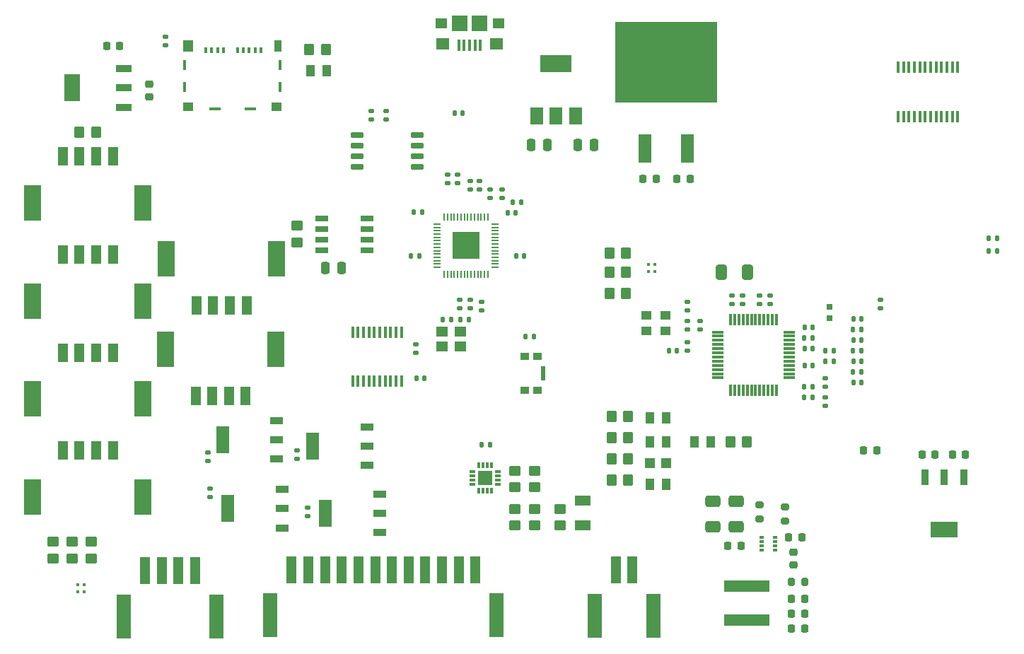
<source format=gbr>
%TF.GenerationSoftware,KiCad,Pcbnew,8.0.0*%
%TF.CreationDate,2024-03-13T17:22:47+01:00*%
%TF.ProjectId,BalloonMotherboardV3,42616c6c-6f6f-46e4-9d6f-74686572626f,rev?*%
%TF.SameCoordinates,Original*%
%TF.FileFunction,Paste,Top*%
%TF.FilePolarity,Positive*%
%FSLAX46Y46*%
G04 Gerber Fmt 4.6, Leading zero omitted, Abs format (unit mm)*
G04 Created by KiCad (PCBNEW 8.0.0) date 2024-03-13 17:22:47*
%MOMM*%
%LPD*%
G01*
G04 APERTURE LIST*
G04 Aperture macros list*
%AMRoundRect*
0 Rectangle with rounded corners*
0 $1 Rounding radius*
0 $2 $3 $4 $5 $6 $7 $8 $9 X,Y pos of 4 corners*
0 Add a 4 corners polygon primitive as box body*
4,1,4,$2,$3,$4,$5,$6,$7,$8,$9,$2,$3,0*
0 Add four circle primitives for the rounded corners*
1,1,$1+$1,$2,$3*
1,1,$1+$1,$4,$5*
1,1,$1+$1,$6,$7*
1,1,$1+$1,$8,$9*
0 Add four rect primitives between the rounded corners*
20,1,$1+$1,$2,$3,$4,$5,0*
20,1,$1+$1,$4,$5,$6,$7,0*
20,1,$1+$1,$6,$7,$8,$9,0*
20,1,$1+$1,$8,$9,$2,$3,0*%
G04 Aperture macros list end*
%ADD10RoundRect,0.140000X-0.170000X0.140000X-0.170000X-0.140000X0.170000X-0.140000X0.170000X0.140000X0*%
%ADD11R,1.500000X2.000000*%
%ADD12R,3.800000X2.000000*%
%ADD13RoundRect,0.225000X-0.250000X0.225000X-0.250000X-0.225000X0.250000X-0.225000X0.250000X0.225000X0*%
%ADD14RoundRect,0.140000X-0.140000X-0.170000X0.140000X-0.170000X0.140000X0.170000X-0.140000X0.170000X0*%
%ADD15RoundRect,0.140000X0.140000X0.170000X-0.140000X0.170000X-0.140000X-0.170000X0.140000X-0.170000X0*%
%ADD16R,1.200000X3.200000*%
%ADD17R,1.700000X5.300000*%
%ADD18RoundRect,0.135000X0.135000X0.185000X-0.135000X0.185000X-0.135000X-0.185000X0.135000X-0.185000X0*%
%ADD19RoundRect,0.225000X-0.225000X-0.250000X0.225000X-0.250000X0.225000X0.250000X-0.225000X0.250000X0*%
%ADD20RoundRect,0.250000X-0.450000X0.350000X-0.450000X-0.350000X0.450000X-0.350000X0.450000X0.350000X0*%
%ADD21RoundRect,0.225000X0.225000X0.250000X-0.225000X0.250000X-0.225000X-0.250000X0.225000X-0.250000X0*%
%ADD22RoundRect,0.250000X-0.412500X-0.650000X0.412500X-0.650000X0.412500X0.650000X-0.412500X0.650000X0*%
%ADD23R,0.900000X1.850000*%
%ADD24R,3.200000X1.850000*%
%ADD25RoundRect,0.250000X0.350000X0.450000X-0.350000X0.450000X-0.350000X-0.450000X0.350000X-0.450000X0*%
%ADD26R,1.200000X2.200000*%
%ADD27R,2.000000X4.200000*%
%ADD28R,1.400000X1.200000*%
%ADD29R,1.600000X3.500000*%
%ADD30R,12.200000X9.750000*%
%ADD31RoundRect,0.250000X0.250000X0.475000X-0.250000X0.475000X-0.250000X-0.475000X0.250000X-0.475000X0*%
%ADD32RoundRect,0.200000X-0.275000X0.200000X-0.275000X-0.200000X0.275000X-0.200000X0.275000X0.200000X0*%
%ADD33RoundRect,0.140000X0.170000X-0.140000X0.170000X0.140000X-0.170000X0.140000X-0.170000X-0.140000X0*%
%ADD34RoundRect,0.250000X-0.350000X-0.450000X0.350000X-0.450000X0.350000X0.450000X-0.350000X0.450000X0*%
%ADD35R,0.850000X0.200000*%
%ADD36R,0.200000X0.850000*%
%ADD37R,3.200000X3.200000*%
%ADD38RoundRect,0.250000X-0.250000X-0.475000X0.250000X-0.475000X0.250000X0.475000X-0.250000X0.475000X0*%
%ADD39R,0.400000X0.400000*%
%ADD40RoundRect,0.135000X0.185000X-0.135000X0.185000X0.135000X-0.185000X0.135000X-0.185000X-0.135000X0*%
%ADD41R,0.450000X1.475000*%
%ADD42RoundRect,0.250000X0.450000X-0.350000X0.450000X0.350000X-0.450000X0.350000X-0.450000X-0.350000X0*%
%ADD43R,0.450000X0.700000*%
%ADD44R,1.300000X1.400000*%
%ADD45R,0.950000X1.400000*%
%ADD46R,0.400000X1.200000*%
%ADD47R,1.300000X1.000000*%
%ADD48R,1.400000X0.400000*%
%ADD49R,0.700000X0.650000*%
%ADD50RoundRect,0.135000X-0.185000X0.135000X-0.185000X-0.135000X0.185000X-0.135000X0.185000X0.135000X0*%
%ADD51RoundRect,0.135000X-0.135000X-0.185000X0.135000X-0.185000X0.135000X0.185000X-0.135000X0.185000X0*%
%ADD52RoundRect,0.200000X0.200000X0.275000X-0.200000X0.275000X-0.200000X-0.275000X0.200000X-0.275000X0*%
%ADD53RoundRect,0.200000X0.275000X-0.200000X0.275000X0.200000X-0.275000X0.200000X-0.275000X-0.200000X0*%
%ADD54R,1.000000X0.900000*%
%ADD55R,0.550000X1.700000*%
%ADD56R,1.850000X1.200000*%
%ADD57R,1.850000X0.900000*%
%ADD58R,1.850000X3.200000*%
%ADD59R,1.525000X0.650000*%
%ADD60R,1.000000X1.450000*%
%ADD61RoundRect,0.250000X-0.650000X0.412500X-0.650000X-0.412500X0.650000X-0.412500X0.650000X0.412500X0*%
%ADD62R,0.475000X0.300000*%
%ADD63R,1.500000X0.900000*%
%ADD64R,1.500000X3.200000*%
%ADD65R,1.475000X0.300000*%
%ADD66R,0.300000X1.475000*%
%ADD67R,0.400000X1.350000*%
%ADD68R,1.450000X1.300000*%
%ADD69R,1.600000X1.400000*%
%ADD70R,1.900000X1.900000*%
%ADD71R,5.500000X1.450000*%
%ADD72R,0.300000X0.800000*%
%ADD73R,0.800000X0.300000*%
%ADD74R,1.800000X1.800000*%
%ADD75R,1.300000X1.150000*%
%ADD76R,1.300000X1.100000*%
%ADD77RoundRect,0.150000X-0.650000X-0.150000X0.650000X-0.150000X0.650000X0.150000X-0.650000X0.150000X0*%
G04 APERTURE END LIST*
D10*
%TO.C,C13*%
X104394000Y-121186000D03*
X104394000Y-122146000D03*
%TD*%
D11*
%TO.C,U1*%
X109968000Y-112370000D03*
X112268000Y-112370000D03*
D12*
X112268000Y-106070000D03*
D11*
X114568000Y-112370000D03*
%TD*%
D13*
%TO.C,C7*%
X63504000Y-108525000D03*
X63504000Y-110075000D03*
%TD*%
D14*
%TO.C,C48*%
X107089000Y-122682000D03*
X108049000Y-122682000D03*
%TD*%
D15*
%TO.C,C36*%
X99667000Y-136765000D03*
X98707000Y-136765000D03*
%TD*%
D10*
%TO.C,C33*%
X129540000Y-136934000D03*
X129540000Y-137894000D03*
%TD*%
D15*
%TO.C,C52*%
X148816000Y-141732000D03*
X147856000Y-141732000D03*
%TD*%
D16*
%TO.C,V_BAT1*%
X119396000Y-166730000D03*
X121396000Y-166730000D03*
D17*
X116846000Y-172210000D03*
X123946000Y-172210000D03*
%TD*%
D18*
%TO.C,R30*%
X143004000Y-138938000D03*
X141984000Y-138938000D03*
%TD*%
D19*
%TO.C,C25*%
X126733000Y-119888000D03*
X128283000Y-119888000D03*
%TD*%
D20*
%TO.C,R10*%
X107315000Y-154829000D03*
X107315000Y-156829000D03*
%TD*%
D21*
%TO.C,C4*%
X157629400Y-152920000D03*
X156079400Y-152920000D03*
%TD*%
D22*
%TO.C,C31*%
X132041500Y-131064000D03*
X135166500Y-131064000D03*
%TD*%
D23*
%TO.C,3VLIN2*%
X161050000Y-155650000D03*
X158750000Y-155650000D03*
X156450000Y-155650000D03*
D24*
X158750000Y-161850000D03*
%TD*%
D14*
%TO.C,C9*%
X147856000Y-144272000D03*
X148816000Y-144272000D03*
%TD*%
D25*
%TO.C,R36*%
X120634000Y-131064000D03*
X118634000Y-131064000D03*
%TD*%
D26*
%TO.C,Ox1*%
X69200000Y-135048195D03*
X71200000Y-135048195D03*
X73200000Y-135048195D03*
X75200000Y-135048195D03*
D27*
X78800000Y-129468195D03*
X65600000Y-129468195D03*
%TD*%
D28*
%TO.C,Y2*%
X98595000Y-139915000D03*
X100795000Y-139915000D03*
X100795000Y-138215000D03*
X98595000Y-138215000D03*
%TD*%
D25*
%TO.C,R22*%
X120888000Y-155956000D03*
X118888000Y-155956000D03*
%TD*%
%TO.C,R23*%
X57200000Y-114300000D03*
X55200000Y-114300000D03*
%TD*%
D29*
%TO.C,IC5*%
X122936000Y-116219000D03*
X128016000Y-116219000D03*
D30*
X125476000Y-105944000D03*
%TD*%
D25*
%TO.C,R24*%
X120888000Y-150876000D03*
X118888000Y-150876000D03*
%TD*%
D20*
%TO.C,R25*%
X56642000Y-163338000D03*
X56642000Y-165338000D03*
%TD*%
D31*
%TO.C,C39*%
X111186000Y-115824000D03*
X109286000Y-115824000D03*
%TD*%
D16*
%TO.C,H3-8*%
X80600000Y-166670000D03*
X82600000Y-166670000D03*
X84600000Y-166670000D03*
X86600000Y-166670000D03*
X88600000Y-166670000D03*
X90600000Y-166670000D03*
X92600000Y-166670000D03*
X94600000Y-166670000D03*
X96600000Y-166670000D03*
X98600000Y-166670000D03*
X100600000Y-166670000D03*
X102600000Y-166670000D03*
D17*
X78050000Y-172150000D03*
X105150000Y-172150000D03*
%TD*%
D10*
%TO.C,C28*%
X134620000Y-133886000D03*
X134620000Y-134846000D03*
%TD*%
D32*
%TO.C,R6*%
X139700000Y-159195000D03*
X139700000Y-160845000D03*
%TD*%
D10*
%TO.C,C29*%
X133350000Y-133886000D03*
X133350000Y-134846000D03*
%TD*%
D33*
%TO.C,C1*%
X105791000Y-122146000D03*
X105791000Y-121186000D03*
%TD*%
D25*
%TO.C,R19*%
X120888000Y-148336000D03*
X118888000Y-148336000D03*
%TD*%
D34*
%TO.C,R20*%
X82693000Y-104394000D03*
X84693000Y-104394000D03*
%TD*%
D18*
%TO.C,R38*%
X148846000Y-137922000D03*
X147826000Y-137922000D03*
%TD*%
D33*
%TO.C,C55*%
X81280000Y-153388000D03*
X81280000Y-152428000D03*
%TD*%
D18*
%TO.C,R39*%
X145544000Y-140462000D03*
X144524000Y-140462000D03*
%TD*%
D35*
%TO.C,J1*%
X98023000Y-125289000D03*
X98023000Y-125689000D03*
X98023000Y-126089000D03*
X98023000Y-126489000D03*
X98023000Y-126889000D03*
X98023000Y-127289000D03*
X98023000Y-127689000D03*
X98023000Y-128089000D03*
X98023000Y-128489000D03*
X98023000Y-128889000D03*
X98023000Y-129289000D03*
X98023000Y-129689000D03*
X98023000Y-130089000D03*
X98023000Y-130489000D03*
D36*
X98873000Y-131339000D03*
X99273000Y-131339000D03*
X99673000Y-131339000D03*
X100073000Y-131339000D03*
X100473000Y-131339000D03*
X100873000Y-131339000D03*
X101273000Y-131339000D03*
X101673000Y-131339000D03*
X102073000Y-131339000D03*
X102473000Y-131339000D03*
X102873000Y-131339000D03*
X103273000Y-131339000D03*
X103673000Y-131339000D03*
X104073000Y-131339000D03*
D35*
X104923000Y-130489000D03*
X104923000Y-130089000D03*
X104923000Y-129689000D03*
X104923000Y-129289000D03*
X104923000Y-128889000D03*
X104923000Y-128489000D03*
X104923000Y-128089000D03*
X104923000Y-127689000D03*
X104923000Y-127289000D03*
X104923000Y-126889000D03*
X104923000Y-126489000D03*
X104923000Y-126089000D03*
X104923000Y-125689000D03*
X104923000Y-125289000D03*
D36*
X104073000Y-124439000D03*
X103673000Y-124439000D03*
X103273000Y-124439000D03*
X102873000Y-124439000D03*
X102473000Y-124439000D03*
X102073000Y-124439000D03*
X101673000Y-124439000D03*
X101273000Y-124439000D03*
X100873000Y-124439000D03*
X100473000Y-124439000D03*
X100073000Y-124439000D03*
X99673000Y-124439000D03*
X99273000Y-124439000D03*
X98873000Y-124439000D03*
D37*
X101473000Y-127889000D03*
%TD*%
D38*
%TO.C,C26*%
X84648000Y-130556000D03*
X86548000Y-130556000D03*
%TD*%
D26*
%TO.C,Ox4*%
X59200000Y-140679025D03*
X57200000Y-140679025D03*
X55200000Y-140679025D03*
X53200000Y-140679025D03*
D27*
X49600000Y-146259025D03*
X62800000Y-146259025D03*
%TD*%
D39*
%TO.C,LED_OX1*%
X55772000Y-169310000D03*
X54972000Y-169310000D03*
X54972000Y-168510000D03*
X55772000Y-168510000D03*
%TD*%
D40*
%TO.C,R16*%
X144526000Y-144782000D03*
X144526000Y-143762000D03*
%TD*%
D18*
%TO.C,R40*%
X145544000Y-141732000D03*
X144524000Y-141732000D03*
%TD*%
D41*
%TO.C,MUXH1*%
X160343800Y-106536000D03*
X159693800Y-106536000D03*
X159043800Y-106536000D03*
X158393800Y-106536000D03*
X157743800Y-106536000D03*
X157093800Y-106536000D03*
X156443800Y-106536000D03*
X155793800Y-106536000D03*
X155143800Y-106536000D03*
X154493800Y-106536000D03*
X153843800Y-106536000D03*
X153193800Y-106536000D03*
X153193800Y-112412000D03*
X153843800Y-112412000D03*
X154493800Y-112412000D03*
X155143800Y-112412000D03*
X155793800Y-112412000D03*
X156443800Y-112412000D03*
X157093800Y-112412000D03*
X157743800Y-112412000D03*
X158393800Y-112412000D03*
X159043800Y-112412000D03*
X159693800Y-112412000D03*
X160343800Y-112412000D03*
%TD*%
D15*
%TO.C,C34*%
X142974000Y-142240000D03*
X142014000Y-142240000D03*
%TD*%
D18*
%TO.C,R33*%
X143004000Y-144780000D03*
X141984000Y-144780000D03*
%TD*%
D15*
%TO.C,C35*%
X142974000Y-140208000D03*
X142014000Y-140208000D03*
%TD*%
D10*
%TO.C,C16*%
X128016000Y-134648000D03*
X128016000Y-135608000D03*
%TD*%
D18*
%TO.C,R3*%
X109577600Y-138785600D03*
X108557600Y-138785600D03*
%TD*%
D21*
%TO.C,C21*%
X141999000Y-173736000D03*
X140449000Y-173736000D03*
%TD*%
D42*
%TO.C,R11*%
X112776000Y-161401000D03*
X112776000Y-159401000D03*
%TD*%
D14*
%TO.C,C40*%
X107470000Y-129159000D03*
X108430000Y-129159000D03*
%TD*%
D18*
%TO.C,R37*%
X148846000Y-140462000D03*
X147826000Y-140462000D03*
%TD*%
D43*
%TO.C,SD1*%
X75520000Y-104510000D03*
D44*
X68200000Y-103970000D03*
D45*
X78975000Y-103970000D03*
D46*
X67750000Y-106270000D03*
X79250000Y-106270000D03*
X67750000Y-108870000D03*
X79250000Y-108870000D03*
D47*
X68200000Y-111230000D03*
D48*
X71390000Y-111530000D03*
X75640000Y-111530000D03*
D47*
X78800000Y-111230000D03*
D43*
X70320000Y-104510000D03*
X71020000Y-104510000D03*
X71720000Y-104510000D03*
X72420000Y-104510000D03*
X74120000Y-104510000D03*
X74820000Y-104510000D03*
X76220000Y-104510000D03*
X76920000Y-104510000D03*
%TD*%
D13*
%TO.C,C17*%
X140640500Y-164566500D03*
X140640500Y-166116500D03*
%TD*%
D49*
%TO.C,FB1*%
X145034000Y-136565000D03*
X145034000Y-135215000D03*
%TD*%
D50*
%TO.C,R67*%
X91948000Y-111758000D03*
X91948000Y-112778000D03*
%TD*%
D51*
%TO.C,R15*%
X164082000Y-128524000D03*
X165102000Y-128524000D03*
%TD*%
D10*
%TO.C,C32*%
X136652000Y-133886000D03*
X136652000Y-134846000D03*
%TD*%
D52*
%TO.C,R5*%
X142049000Y-168135500D03*
X140399000Y-168135500D03*
%TD*%
D53*
%TO.C,R28*%
X136652000Y-160591000D03*
X136652000Y-158941000D03*
%TD*%
D20*
%TO.C,R18*%
X81280000Y-125492000D03*
X81280000Y-127492000D03*
%TD*%
D14*
%TO.C,C15*%
X125758000Y-140462000D03*
X126718000Y-140462000D03*
%TD*%
D50*
%TO.C,R1*%
X101981000Y-120140000D03*
X101981000Y-121160000D03*
%TD*%
D15*
%TO.C,C12*%
X96492000Y-143764000D03*
X95532000Y-143764000D03*
%TD*%
D39*
%TO.C,LED1*%
X124098000Y-130156000D03*
X124098000Y-130956000D03*
X123298000Y-130956000D03*
X123298000Y-130156000D03*
%TD*%
D54*
%TO.C,S1*%
X110064400Y-145223600D03*
X108464400Y-145223600D03*
X108464400Y-141123600D03*
X110064400Y-141123600D03*
D55*
X110689400Y-143173600D03*
%TD*%
D56*
%TO.C,R_shunt1*%
X115443000Y-161393000D03*
X115443000Y-158393000D03*
%TD*%
D15*
%TO.C,C49*%
X101064000Y-112014000D03*
X100104000Y-112014000D03*
%TD*%
D34*
%TO.C,R34*%
X118634000Y-133604000D03*
X120634000Y-133604000D03*
%TD*%
D57*
%TO.C,3VLIN1*%
X60504000Y-111300000D03*
X60504000Y-109000000D03*
X60504000Y-106700000D03*
D58*
X54304000Y-109000000D03*
%TD*%
D59*
%TO.C,IC1*%
X89612000Y-128405000D03*
X89612000Y-127135000D03*
X89612000Y-125865000D03*
X89612000Y-124595000D03*
X84188000Y-124595000D03*
X84188000Y-125865000D03*
X84188000Y-127135000D03*
X84188000Y-128405000D03*
%TD*%
D10*
%TO.C,C44*%
X101981000Y-134394000D03*
X101981000Y-135354000D03*
%TD*%
D60*
%TO.C,V_5V1*%
X125410000Y-148532000D03*
X123510000Y-148532000D03*
%TD*%
D10*
%TO.C,C56*%
X70612000Y-152682000D03*
X70612000Y-153642000D03*
%TD*%
D33*
%TO.C,C41*%
X65532000Y-103858000D03*
X65532000Y-102898000D03*
%TD*%
D26*
%TO.C,Ox5*%
X59200000Y-152442635D03*
X57200000Y-152442635D03*
X55200000Y-152442635D03*
X53200000Y-152442635D03*
D27*
X49600000Y-158022635D03*
X62800000Y-158022635D03*
%TD*%
D50*
%TO.C,R29*%
X128016000Y-136904000D03*
X128016000Y-137924000D03*
%TD*%
D10*
%TO.C,C19*%
X103378000Y-134648000D03*
X103378000Y-135608000D03*
%TD*%
D61*
%TO.C,C6*%
X133858000Y-158457500D03*
X133858000Y-161582500D03*
%TD*%
D21*
%TO.C,C3*%
X141669500Y-162801500D03*
X140119500Y-162801500D03*
%TD*%
D61*
%TO.C,C5*%
X131064000Y-158457500D03*
X131064000Y-161582500D03*
%TD*%
D62*
%TO.C,BUCK1*%
X136830000Y-162826000D03*
X136830000Y-163326000D03*
X136830000Y-163826000D03*
X136830000Y-164326000D03*
X138506000Y-164326000D03*
X138506000Y-163826000D03*
X138506000Y-163326000D03*
X138506000Y-162826000D03*
%TD*%
D20*
%TO.C,R4*%
X52070000Y-163338000D03*
X52070000Y-165338000D03*
%TD*%
D33*
%TO.C,C47*%
X100457000Y-120368000D03*
X100457000Y-119408000D03*
%TD*%
D21*
%TO.C,C23*%
X124219000Y-119888000D03*
X122669000Y-119888000D03*
%TD*%
D15*
%TO.C,C53*%
X148816000Y-139192000D03*
X147856000Y-139192000D03*
%TD*%
D63*
%TO.C,ICH3*%
X89610000Y-154192000D03*
X89610000Y-151892000D03*
X89610000Y-149592000D03*
D64*
X83110000Y-151892000D03*
%TD*%
D42*
%TO.C,R26*%
X54356000Y-165338000D03*
X54356000Y-163338000D03*
%TD*%
D63*
%TO.C,ICH2*%
X91134000Y-162228800D03*
X91134000Y-159928800D03*
X91134000Y-157628800D03*
D64*
X84634000Y-159928800D03*
%TD*%
D60*
%TO.C,V_LAN1*%
X128844000Y-151384000D03*
X130744000Y-151384000D03*
%TD*%
D19*
%TO.C,C2*%
X159737000Y-152920000D03*
X161287000Y-152920000D03*
%TD*%
D16*
%TO.C,H1-2*%
X69040000Y-166788000D03*
X67040000Y-166788000D03*
X65040000Y-166788000D03*
X63040000Y-166788000D03*
D17*
X60490000Y-172268000D03*
X71590000Y-172268000D03*
%TD*%
D21*
%TO.C,C22*%
X141999000Y-170180000D03*
X140449000Y-170180000D03*
%TD*%
D34*
%TO.C,R35*%
X118634000Y-128778000D03*
X120634000Y-128778000D03*
%TD*%
D14*
%TO.C,C37*%
X100820000Y-136695000D03*
X101780000Y-136695000D03*
%TD*%
D50*
%TO.C,R27*%
X128016000Y-139444000D03*
X128016000Y-140464000D03*
%TD*%
D19*
%TO.C,C8*%
X58429000Y-104000000D03*
X59979000Y-104000000D03*
%TD*%
D41*
%TO.C,V_shifter1*%
X93755400Y-138235200D03*
X93105400Y-138235200D03*
X92455400Y-138235200D03*
X91805400Y-138235200D03*
X91155400Y-138235200D03*
X90505400Y-138235200D03*
X89855400Y-138235200D03*
X89205400Y-138235200D03*
X88555400Y-138235200D03*
X87905400Y-138235200D03*
X87905400Y-144111200D03*
X88555400Y-144111200D03*
X89205400Y-144111200D03*
X89855400Y-144111200D03*
X90505400Y-144111200D03*
X91155400Y-144111200D03*
X91805400Y-144111200D03*
X92455400Y-144111200D03*
X93105400Y-144111200D03*
X93755400Y-144111200D03*
%TD*%
D65*
%TO.C,IC2*%
X140128000Y-143720000D03*
X140128000Y-143220000D03*
X140128000Y-142720000D03*
X140128000Y-142220000D03*
X140128000Y-141720000D03*
X140128000Y-141220000D03*
X140128000Y-140720000D03*
X140128000Y-140220000D03*
X140128000Y-139720000D03*
X140128000Y-139220000D03*
X140128000Y-138720000D03*
X140128000Y-138220000D03*
D66*
X138640000Y-136732000D03*
X138140000Y-136732000D03*
X137640000Y-136732000D03*
X137140000Y-136732000D03*
X136640000Y-136732000D03*
X136140000Y-136732000D03*
X135640000Y-136732000D03*
X135140000Y-136732000D03*
X134640000Y-136732000D03*
X134140000Y-136732000D03*
X133640000Y-136732000D03*
X133140000Y-136732000D03*
D65*
X131652000Y-138220000D03*
X131652000Y-138720000D03*
X131652000Y-139220000D03*
X131652000Y-139720000D03*
X131652000Y-140220000D03*
X131652000Y-140720000D03*
X131652000Y-141220000D03*
X131652000Y-141720000D03*
X131652000Y-142220000D03*
X131652000Y-142720000D03*
X131652000Y-143220000D03*
X131652000Y-143720000D03*
D66*
X133140000Y-145208000D03*
X133640000Y-145208000D03*
X134140000Y-145208000D03*
X134640000Y-145208000D03*
X135140000Y-145208000D03*
X135640000Y-145208000D03*
X136140000Y-145208000D03*
X136640000Y-145208000D03*
X137140000Y-145208000D03*
X137640000Y-145208000D03*
X138140000Y-145208000D03*
X138640000Y-145208000D03*
%TD*%
D40*
%TO.C,R66*%
X90170000Y-112778000D03*
X90170000Y-111758000D03*
%TD*%
D67*
%TO.C,J2*%
X103204800Y-103908000D03*
X102554800Y-103908000D03*
X101904800Y-103908000D03*
X101254800Y-103908000D03*
X100604800Y-103908000D03*
D68*
X105329800Y-101233000D03*
X98479800Y-101233000D03*
D69*
X105104800Y-103683000D03*
X98704800Y-103683000D03*
D70*
X103104800Y-101233000D03*
X100704800Y-101233000D03*
%TD*%
D71*
%TO.C,L1*%
X135128000Y-168688000D03*
X135128000Y-172688000D03*
%TD*%
D18*
%TO.C,R12*%
X104396000Y-151765000D03*
X103376000Y-151765000D03*
%TD*%
D19*
%TO.C,C14*%
X132829000Y-163830000D03*
X134379000Y-163830000D03*
%TD*%
D72*
%TO.C,IC4*%
X104509000Y-154202000D03*
X104009000Y-154202000D03*
X103509000Y-154202000D03*
X103009000Y-154202000D03*
D73*
X102259000Y-154952000D03*
X102259000Y-155452000D03*
X102259000Y-155952000D03*
X102259000Y-156452000D03*
D72*
X103009000Y-157202000D03*
X103509000Y-157202000D03*
X104009000Y-157202000D03*
X104509000Y-157202000D03*
D73*
X105259000Y-156452000D03*
X105259000Y-155952000D03*
X105259000Y-155452000D03*
X105259000Y-154952000D03*
D74*
X103759000Y-155702000D03*
%TD*%
D15*
%TO.C,C45*%
X148816000Y-136652000D03*
X147856000Y-136652000D03*
%TD*%
D20*
%TO.C,R7*%
X109728000Y-159401000D03*
X109728000Y-161401000D03*
%TD*%
D50*
%TO.C,R2*%
X103124000Y-120140000D03*
X103124000Y-121160000D03*
%TD*%
D26*
%TO.C,Ox3*%
X59200000Y-128915415D03*
X57200000Y-128915415D03*
X55200000Y-128915415D03*
X53200000Y-128915415D03*
D27*
X49600000Y-134495415D03*
X62800000Y-134495415D03*
%TD*%
D34*
%TO.C,R17*%
X133112000Y-151384000D03*
X135112000Y-151384000D03*
%TD*%
D75*
%TO.C,!V_BAT1*%
X123510000Y-153924000D03*
X125410000Y-153924000D03*
%TD*%
D19*
%TO.C,C11*%
X149085000Y-152400000D03*
X150635000Y-152400000D03*
%TD*%
D25*
%TO.C,R21*%
X120888000Y-153416000D03*
X118888000Y-153416000D03*
%TD*%
D10*
%TO.C,C30*%
X137922000Y-133886000D03*
X137922000Y-134846000D03*
%TD*%
D76*
%TO.C,Y1*%
X125356000Y-136210000D03*
X123056000Y-136210000D03*
X123056000Y-138110000D03*
X125356000Y-138110000D03*
%TD*%
D77*
%TO.C,U2*%
X88475000Y-114681000D03*
X88475000Y-115951000D03*
X88475000Y-117221000D03*
X88475000Y-118491000D03*
X95675000Y-118491000D03*
X95675000Y-117221000D03*
X95675000Y-115951000D03*
X95675000Y-114681000D03*
%TD*%
D50*
%TO.C,R31*%
X144526000Y-146048000D03*
X144526000Y-147068000D03*
%TD*%
D18*
%TO.C,R32*%
X143004000Y-146050000D03*
X141984000Y-146050000D03*
%TD*%
D26*
%TO.C,Ox0*%
X69100000Y-145848195D03*
X71100000Y-145848195D03*
X73100000Y-145848195D03*
X75100000Y-145848195D03*
D27*
X78700000Y-140268195D03*
X65500000Y-140268195D03*
%TD*%
D33*
%TO.C,C18*%
X99314000Y-120368000D03*
X99314000Y-119408000D03*
%TD*%
D21*
%TO.C,C20*%
X141999000Y-171945500D03*
X140449000Y-171945500D03*
%TD*%
D15*
%TO.C,C42*%
X142974000Y-137654000D03*
X142014000Y-137654000D03*
%TD*%
D38*
%TO.C,C38*%
X114874000Y-115824000D03*
X116774000Y-115824000D03*
%TD*%
D26*
%TO.C,Ox2*%
X59200000Y-117151805D03*
X57200000Y-117151805D03*
X55200000Y-117151805D03*
X53200000Y-117151805D03*
D27*
X49600000Y-122731805D03*
X62800000Y-122731805D03*
%TD*%
D60*
%TO.C,V_BATT1*%
X125410000Y-156464000D03*
X123510000Y-156464000D03*
%TD*%
D10*
%TO.C,C24*%
X95504000Y-139728000D03*
X95504000Y-140688000D03*
%TD*%
D42*
%TO.C,R9*%
X109728000Y-156829000D03*
X109728000Y-154829000D03*
%TD*%
D15*
%TO.C,C51*%
X95857000Y-129159000D03*
X94897000Y-129159000D03*
%TD*%
D14*
%TO.C,C46*%
X106454000Y-123952000D03*
X107414000Y-123952000D03*
%TD*%
D63*
%TO.C,ICH1*%
X79450000Y-161685000D03*
X79450000Y-159385000D03*
X79450000Y-157085000D03*
D64*
X72950000Y-159385000D03*
%TD*%
D33*
%TO.C,C57*%
X82550000Y-160246000D03*
X82550000Y-159286000D03*
%TD*%
D42*
%TO.C,R8*%
X107315000Y-161401000D03*
X107315000Y-159401000D03*
%TD*%
D18*
%TO.C,R13*%
X148846000Y-143002000D03*
X147826000Y-143002000D03*
%TD*%
D10*
%TO.C,C10*%
X151130000Y-134394000D03*
X151130000Y-135354000D03*
%TD*%
D15*
%TO.C,C50*%
X96187200Y-123850400D03*
X95227200Y-123850400D03*
%TD*%
D50*
%TO.C,R68*%
X100711000Y-134364000D03*
X100711000Y-135384000D03*
%TD*%
D60*
%TO.C,V_uC1*%
X125410000Y-151384000D03*
X123510000Y-151384000D03*
%TD*%
D51*
%TO.C,R14*%
X164082000Y-127000000D03*
X165102000Y-127000000D03*
%TD*%
D33*
%TO.C,C54*%
X70866000Y-157960000D03*
X70866000Y-157000000D03*
%TD*%
D60*
%TO.C,V_SD1*%
X84770000Y-106934000D03*
X82870000Y-106934000D03*
%TD*%
D63*
%TO.C,ICH0*%
X78815000Y-153430000D03*
X78815000Y-151130000D03*
X78815000Y-148830000D03*
D64*
X72315000Y-151130000D03*
%TD*%
M02*

</source>
